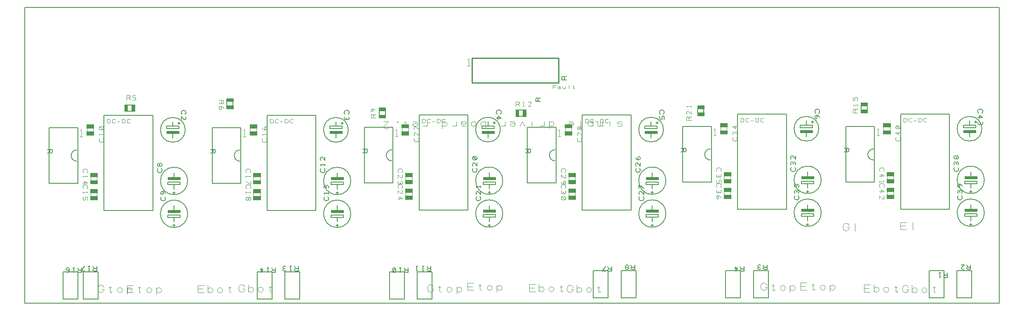
<source format=gbr>
G04 EasyPC Gerber Version 20.0.2 Build 4112 *
G04 #@! TF.Part,Single*
G04 #@! TF.FileFunction,Legend,Top *
%FSLAX35Y35*%
%MOIN*%
%ADD11C,0.00100*%
%ADD77C,0.00394*%
%ADD10C,0.00400*%
%ADD79C,0.00480*%
%ADD13C,0.00500*%
%ADD12C,0.00600*%
%ADD76C,0.01000*%
X0Y0D02*
D02*
D10*
X47777Y93188D02*
X47465Y93500D01*
X47152Y94126*
Y95063*
X47465Y95688*
X47777Y96000*
X48402Y96313*
X49652*
X50277Y96000*
X50590Y95688*
X50902Y95063*
Y94126*
X50590Y93500*
X50277Y93188*
X47152Y90688D02*
Y89438D01*
Y90063D02*
X50902D01*
X50277Y90688*
X47465Y86313D02*
X47152Y85688D01*
Y84750*
X47465Y84126*
X48090Y83813*
X48402*
X49027Y84126*
X49340Y84750*
Y86313*
X50902*
Y83813*
X47777Y105983D02*
X47465Y106296D01*
X47152Y106921*
Y107858*
X47465Y108483*
X47777Y108796*
X48402Y109108*
X49652*
X50277Y108796*
X50590Y108483*
X50902Y107858*
Y106921*
X50590Y106296*
X50277Y105983*
X47152Y103483D02*
Y102233D01*
Y102858D02*
X50902D01*
X50277Y103483*
X47152Y97546D02*
X50902D01*
X48402Y99108*
Y96608*
X50506Y139104D02*
Y142104D01*
X53459Y89841D02*
Y86939D01*
Y102636D02*
Y99734D01*
X55703Y139203D02*
Y142104D01*
X58656Y89939D02*
Y86939D01*
Y102734D02*
Y99734D01*
X63353Y133887D02*
X63665Y133574D01*
X63978Y132949*
Y132012*
X63665Y131387*
X63353Y131074*
X62728Y130762*
X61478*
X60853Y131074*
X60540Y131387*
X60228Y132012*
Y132949*
X60540Y133574*
X60853Y133887*
X63978Y136387D02*
Y137637D01*
Y137012D02*
X60228D01*
X60853Y136387*
X63665Y141074D02*
X63978Y141699D01*
Y142324*
X63665Y142949*
X63040Y143262*
X61165*
X60540Y142949*
X60228Y142324*
Y141699*
X60540Y141074*
X61165Y140762*
X63040*
X63665Y141074*
X60540Y142949*
X82494Y164770D02*
Y168520D01*
X84681*
X85307Y168208*
X85619Y167583*
X85307Y166958*
X84681Y166645*
X82494*
X84681D02*
X85619Y164770D01*
X87494Y165083D02*
X88119Y164770D01*
X89057*
X89681Y165083*
X89994Y165708*
Y166020*
X89681Y166645*
X89057Y166958*
X87494*
Y168520*
X89994*
X157290Y164817D02*
X161040D01*
Y162630*
X160728Y162004*
X160102Y161692*
X159478Y162004*
X159165Y162630*
Y164817*
Y162630D02*
X157290Y161692D01*
X158228Y159817D02*
X158852Y159504D01*
X159165Y158880*
Y158254*
X158852Y157630*
X158228Y157317*
X157602Y157630*
X157290Y158254*
Y158880*
X157602Y159504*
X158228Y159817*
X159165*
X160102Y159504*
X160728Y158880*
X161040Y158254*
X179667Y93188D02*
X179354Y93500D01*
X179042Y94126*
Y95063*
X179354Y95688*
X179667Y96000*
X180292Y96313*
X181542*
X182167Y96000*
X182480Y95688*
X182792Y95063*
Y94126*
X182480Y93500*
X182167Y93188*
X179042Y90688D02*
Y89438D01*
Y90063D02*
X182792D01*
X182167Y90688*
X180917Y85376D02*
Y84750D01*
X181230Y84126*
X181854Y83813*
X182480Y84126*
X182792Y84750*
Y85376*
X182480Y86000*
X181854Y86313*
X181230Y86000*
X180917Y85376*
X180604Y86000*
X179980Y86313*
X179354Y86000*
X179042Y85376*
Y84750*
X179354Y84126*
X179980Y83813*
X180604Y84126*
X180917Y84750*
X179667Y105983D02*
X179354Y106296D01*
X179042Y106921*
Y107858*
X179354Y108483*
X179667Y108796*
X180292Y109108*
X181542*
X182167Y108796*
X182480Y108483*
X182792Y107858*
Y106921*
X182480Y106296*
X182167Y105983*
X179042Y103483D02*
Y102233D01*
Y102858D02*
X182792D01*
X182167Y103483*
X179042Y99108D02*
X182792Y96608D01*
Y99108*
X182396Y139104D02*
Y142104D01*
X185348Y89841D02*
Y86939D01*
Y102636D02*
Y99734D01*
X187593Y139203D02*
Y142104D01*
X190545Y89939D02*
Y86939D01*
Y102734D02*
Y99734D01*
X195243Y133887D02*
X195555Y133574D01*
X195868Y132949*
Y132012*
X195555Y131387*
X195243Y131074*
X194618Y130762*
X193368*
X192743Y131074*
X192430Y131387*
X192118Y132012*
Y132949*
X192430Y133574*
X192743Y133887*
X195868Y136387D02*
Y137637D01*
Y137012D02*
X192118D01*
X192743Y136387*
X194930Y140762D02*
X194305Y141074D01*
X193993Y141699*
Y142324*
X194305Y142949*
X194930Y143262*
X195555Y142949*
X195868Y142324*
Y141699*
X195555Y141074*
X194930Y140762*
X193993*
X193055Y141074*
X192430Y141699*
X192118Y142324*
X283958Y150250D02*
X280208D01*
Y152437*
X280520Y153063*
X281146Y153375*
X281770Y153063*
X282083Y152437*
Y150250*
Y152437D02*
X283958Y153375D01*
Y156187D02*
X283646Y156813D01*
X283020Y157437*
X282083Y157750*
X281146*
X280520Y157437*
X280208Y156813*
Y156187*
X280520Y155563*
X281146Y155250*
X281770Y155563*
X282083Y156187*
Y156813*
X281770Y157437*
X281146Y157750*
X302600Y93385D02*
X302287Y93697D01*
X301975Y94322*
Y95260*
X302287Y95885*
X302600Y96197*
X303225Y96510*
X304475*
X305100Y96197*
X305413Y95885*
X305725Y95260*
Y94322*
X305413Y93697*
X305100Y93385*
X301975Y89010D02*
Y91510D01*
X304163Y89322*
X304787Y89010*
X305413Y89322*
X305725Y89947*
Y90885*
X305413Y91510*
X301975Y84947D02*
X305725D01*
X303225Y86510*
Y84010*
X302600Y106180D02*
X302287Y106493D01*
X301975Y107118*
Y108055*
X302287Y108680*
X302600Y108993*
X303225Y109305*
X304475*
X305100Y108993*
X305413Y108680*
X305725Y108055*
Y107118*
X305413Y106493*
X305100Y106180*
X301975Y101805D02*
Y104305D01*
X304163Y102118*
X304787Y101805*
X305413Y102118*
X305725Y102743*
Y103680*
X305413Y104305*
X302287Y98993D02*
X301975Y98368D01*
Y97743*
X302287Y97118*
X302913Y96805*
X303537Y97118*
X303850Y97743*
Y98368*
Y97743D02*
X304163Y97118D01*
X304787Y96805*
X305413Y97118*
X305725Y97743*
Y98368*
X305413Y98993*
X305329Y139301D02*
Y142301D01*
X308281Y90037D02*
Y87136D01*
Y102833D02*
Y99931D01*
X310526Y139400D02*
Y142301D01*
X313478Y90136D02*
Y87136D01*
Y102931D02*
Y99931D01*
X318176Y134084D02*
X318488Y133771D01*
X318801Y133146*
Y132209*
X318488Y131584*
X318176Y131271*
X317551Y130959*
X316301*
X315676Y131271*
X315363Y131584*
X315051Y132209*
Y133146*
X315363Y133771*
X315676Y134084*
X318801Y138459D02*
Y135959D01*
X316613Y138146*
X315988Y138459*
X315363Y138146*
X315051Y137521*
Y136584*
X315363Y135959*
X318801Y143459D02*
Y140959D01*
X316613Y143146*
X315988Y143459*
X315363Y143146*
X315051Y142521*
Y141584*
X315363Y140959*
X397199Y159554D02*
Y163304D01*
X399386*
X400011Y162991*
X400324Y162366*
X400011Y161741*
X399386Y161429*
X397199*
X399386D02*
X400324Y159554D01*
X402824D02*
X404074D01*
X403449D02*
Y163304D01*
X402824Y162679*
X409699Y159554D02*
X407199D01*
X409386Y161741*
X409699Y162366*
X409386Y162991*
X408761Y163304*
X407824*
X407199Y162991*
X434490Y93385D02*
X434177Y93697D01*
X433865Y94322*
Y95260*
X434177Y95885*
X434490Y96197*
X435115Y96510*
X436365*
X436990Y96197*
X437302Y95885*
X437615Y95260*
Y94322*
X437302Y93697*
X436990Y93385*
X434177Y91197D02*
X433865Y90572D01*
Y89947*
X434177Y89322*
X434802Y89010*
X435427Y89322*
X435740Y89947*
Y90572*
Y89947D02*
X436052Y89322D01*
X436677Y89010*
X437302Y89322*
X437615Y89947*
Y90572*
X437302Y91197*
X434177Y86197D02*
X433865Y85572D01*
Y84947*
X434177Y84322*
X434802Y84010*
X436677*
X437302Y84322*
X437615Y84947*
Y85572*
X437302Y86197*
X436677Y86510*
X434802*
X434177Y86197*
X437302Y84322*
X434490Y106180D02*
X434177Y106493D01*
X433865Y107118*
Y108055*
X434177Y108680*
X434490Y108993*
X435115Y109305*
X436365*
X436990Y108993*
X437302Y108680*
X437615Y108055*
Y107118*
X437302Y106493*
X436990Y106180*
X433865Y101805D02*
Y104305D01*
X436052Y102118*
X436677Y101805*
X437302Y102118*
X437615Y102743*
Y103680*
X437302Y104305*
X433865Y98368D02*
X434177Y97743D01*
X434802Y97118*
X435740Y96805*
X436677*
X437302Y97118*
X437615Y97743*
Y98368*
X437302Y98993*
X436677Y99305*
X436052Y98993*
X435740Y98368*
Y97743*
X436052Y97118*
X436677Y96805*
X437219Y139301D02*
Y142301D01*
X440171Y90037D02*
Y87136D01*
Y102833D02*
Y99931D01*
X442415Y139400D02*
Y142301D01*
X445368Y90136D02*
Y87136D01*
Y102931D02*
Y99931D01*
X450065Y134084D02*
X450378Y133771D01*
X450691Y133146*
Y132209*
X450378Y131584*
X450065Y131271*
X449441Y130959*
X448191*
X447565Y131271*
X447253Y131584*
X446941Y132209*
Y133146*
X447253Y133771*
X447565Y134084*
X450691Y138459D02*
Y135959D01*
X448503Y138146*
X447878Y138459*
X447253Y138146*
X446941Y137521*
Y136584*
X447253Y135959*
X448815Y141896D02*
Y142521D01*
X448503Y143146*
X447878Y143459*
X447253Y143146*
X446941Y142521*
Y141896*
X447253Y141271*
X447878Y140959*
X448503Y141271*
X448815Y141896*
X449128Y141271*
X449753Y140959*
X450378Y141271*
X450691Y141896*
Y142521*
X450378Y143146*
X449753Y143459*
X449128Y143146*
X448815Y142521*
X539175Y148281D02*
X535425D01*
Y150469*
X535737Y151094*
X536362Y151407*
X536987Y151094*
X537300Y150469*
Y148281*
Y150469D02*
X539175Y151407D01*
Y155781D02*
Y153281D01*
X536987Y155469*
X536362Y155781*
X535737Y155469*
X535425Y154844*
Y153907*
X535737Y153281*
X539175Y158907D02*
Y160157D01*
Y159531D02*
X535425D01*
X536050Y158907*
X560080Y94074D02*
X559768Y94386D01*
X559455Y95011*
Y95949*
X559768Y96574*
X560080Y96886*
X560705Y97199*
X561955*
X562580Y96886*
X562893Y96574*
X563205Y95949*
Y95011*
X562893Y94386*
X562580Y94074*
X559768Y91886D02*
X559455Y91261D01*
Y90636*
X559768Y90011*
X560393Y89699*
X561018Y90011*
X561330Y90636*
Y91261*
Y90636D02*
X561643Y90011D01*
X562268Y89699*
X562893Y90011*
X563205Y90636*
Y91261*
X562893Y91886*
X560393Y87199D02*
X561018Y86886D01*
X561330Y86261*
Y85636*
X561018Y85011*
X560393Y84699*
X559768Y85011*
X559455Y85636*
Y86261*
X559768Y86886*
X560393Y87199*
X561330*
X562268Y86886*
X562893Y86261*
X563205Y85636*
X560080Y106869D02*
X559768Y107181D01*
X559455Y107807*
Y108744*
X559768Y109369*
X560080Y109681*
X560705Y109994*
X561955*
X562580Y109681*
X562893Y109369*
X563205Y108744*
Y107807*
X562893Y107181*
X562580Y106869*
X559768Y104681D02*
X559455Y104057D01*
Y103431*
X559768Y102807*
X560393Y102494*
X561018Y102807*
X561330Y103431*
Y104057*
Y103431D02*
X561643Y102807D01*
X562268Y102494*
X562893Y102807*
X563205Y103431*
Y104057*
X562893Y104681*
X559768Y99994D02*
X559455Y99369D01*
Y98431*
X559768Y97807*
X560393Y97494*
X560705*
X561330Y97807*
X561643Y98431*
Y99994*
X563205*
Y97494*
X562809Y139990D02*
Y142990D01*
X565762Y90726D02*
Y87825D01*
Y103522D02*
Y100620D01*
X568006Y140089D02*
Y142990D01*
X570959Y90825D02*
Y87825D01*
Y103620D02*
Y100620D01*
X575656Y134773D02*
X575969Y134460D01*
X576281Y133835*
Y132898*
X575969Y132273*
X575656Y131960*
X575031Y131648*
X573781*
X573156Y131960*
X572843Y132273*
X572531Y132898*
Y133835*
X572843Y134460*
X573156Y134773*
X575969Y136960D02*
X576281Y137585D01*
Y138210*
X575969Y138835*
X575343Y139148*
X574719Y138835*
X574406Y138210*
Y137585*
Y138210D02*
X574093Y138835D01*
X573469Y139148*
X572843Y138835*
X572531Y138210*
Y137585*
X572843Y136960*
X576281Y143210D02*
X572531D01*
X575031Y141648*
Y144148*
X673624Y154384D02*
X669874D01*
Y156571*
X670186Y157196*
X670811Y157509*
X671436Y157196*
X671748Y156571*
Y154384*
Y156571D02*
X673624Y157509D01*
Y160009D02*
Y161259D01*
Y160634D02*
X669874D01*
X670498Y160009*
X673311Y164384D02*
X673624Y165009D01*
Y165946*
X673311Y166571*
X672686Y166884*
X672374*
X671748Y166571*
X671436Y165946*
Y164384*
X669874*
Y166884*
X691970Y94074D02*
X691657Y94386D01*
X691345Y95011*
Y95949*
X691657Y96574*
X691970Y96886*
X692595Y97199*
X693845*
X694470Y96886*
X694783Y96574*
X695095Y95949*
Y95011*
X694783Y94386*
X694470Y94074*
X691345Y90636D02*
X695095D01*
X692595Y92199*
Y89699*
X691345Y84699D02*
Y87199D01*
X693533Y85011*
X694157Y84699*
X694783Y85011*
X695095Y85636*
Y86574*
X694783Y87199*
X691970Y106869D02*
X691657Y107181D01*
X691345Y107807*
Y108744*
X691657Y109369*
X691970Y109681*
X692595Y109994*
X693845*
X694470Y109681*
X694783Y109369*
X695095Y108744*
Y107807*
X694783Y107181*
X694470Y106869*
X691345Y103431D02*
X695095D01*
X692595Y104994*
Y102494*
X691345Y99369D02*
Y98119D01*
Y98744D02*
X695095D01*
X694470Y99369*
X694699Y139990D02*
Y142990D01*
X697652Y90726D02*
Y87825D01*
Y103522D02*
Y100620D01*
X699896Y140089D02*
Y142990D01*
X702848Y90825D02*
Y87825D01*
Y103620D02*
Y100620D01*
X707546Y134773D02*
X707858Y134460D01*
X708171Y133835*
Y132898*
X707858Y132273*
X707546Y131960*
X706921Y131648*
X705671*
X705046Y131960*
X704733Y132273*
X704421Y132898*
Y133835*
X704733Y134460*
X705046Y134773*
X708171Y138210D02*
X704421D01*
X706921Y136648*
Y139148*
X707858Y141960D02*
X708171Y142585D01*
Y143210*
X707858Y143835*
X707233Y144148*
X705358*
X704733Y143835*
X704421Y143210*
Y142585*
X704733Y141960*
X705358Y141648*
X707233*
X707858Y141960*
X704733Y143835*
D02*
D11*
X53207Y87039D02*
Y84086D01*
X58916*
Y87039*
X53207*
G36*
Y84086*
X58916*
Y87039*
X53207*
G37*
Y92739D02*
Y89786D01*
X58916*
Y92739*
X53207*
G36*
Y89786*
X58916*
Y92739*
X53207*
G37*
Y99834D02*
Y96881D01*
X58916*
Y99834*
X53207*
G36*
Y96881*
X58916*
Y99834*
X53207*
G37*
Y105534D02*
Y102581D01*
X58916*
Y105534*
X53207*
G36*
Y102581*
X58916*
Y105534*
X53207*
G37*
X55954Y136304D02*
Y139257D01*
X50245*
Y136304*
X55954*
G36*
Y139257*
X50245*
Y136304*
X55954*
G37*
Y142004D02*
Y144957D01*
X50245*
Y142004*
X55954*
G36*
Y144957*
X50245*
Y142004*
X55954*
G37*
X80794Y155571D02*
X83353D01*
Y161083*
X80794*
Y155571*
G36*
X83353*
Y161083*
X80794*
Y155571*
G37*
X86594D02*
X89153D01*
Y161083*
X86594*
Y155571*
G36*
X89153*
Y161083*
X86594*
Y155571*
G37*
X115033Y139604D02*
Y137604D01*
X125033*
Y139604*
X115033*
G36*
Y137604*
X125033*
Y139604*
X115033*
G37*
X126018Y73691D02*
Y75691D01*
X116018*
Y73691*
X126018*
G36*
Y75691*
X116018*
Y73691*
X126018*
G37*
Y100266D02*
Y102266D01*
X116018*
Y100266*
X126018*
G36*
Y102266*
X116018*
Y100266*
X126018*
G37*
X163445Y160264D02*
Y157705D01*
X168957*
Y160264*
X163445*
G36*
Y157705*
X168957*
Y160264*
X163445*
G37*
Y166064D02*
Y163505D01*
X168957*
Y166064*
X163445*
G36*
Y163505*
X168957*
Y166064*
X163445*
G37*
X185097Y87039D02*
Y84086D01*
X190806*
Y87039*
X185097*
G36*
Y84086*
X190806*
Y87039*
X185097*
G37*
Y92739D02*
Y89786D01*
X190806*
Y92739*
X185097*
G36*
Y89786*
X190806*
Y92739*
X185097*
G37*
Y99834D02*
Y96881D01*
X190806*
Y99834*
X185097*
G36*
Y96881*
X190806*
Y99834*
X185097*
G37*
Y105534D02*
Y102581D01*
X190806*
Y105534*
X185097*
G36*
Y102581*
X190806*
Y105534*
X185097*
G37*
X187844Y136304D02*
Y139257D01*
X182135*
Y136304*
X187844*
G36*
Y139257*
X182135*
Y136304*
X187844*
G37*
Y142004D02*
Y144957D01*
X182135*
Y142004*
X187844*
G36*
Y144957*
X182135*
Y142004*
X187844*
G37*
X246923Y139604D02*
Y137604D01*
X256923*
Y139604*
X246923*
G36*
Y137604*
X256923*
Y139604*
X246923*
G37*
X257907Y73691D02*
Y75691D01*
X247907*
Y73691*
X257907*
G36*
Y75691*
X247907*
Y73691*
X257907*
G37*
Y100266D02*
Y102266D01*
X247907*
Y100266*
X257907*
G36*
Y102266*
X247907*
Y100266*
X257907*
G37*
X292075Y150184D02*
Y152743D01*
X286563*
Y150184*
X292075*
G36*
Y152743*
X286563*
Y150184*
X292075*
G37*
Y155984D02*
Y158543D01*
X286563*
Y155984*
X292075*
G36*
Y158543*
X286563*
Y155984*
X292075*
G37*
X308030Y87236D02*
Y84283D01*
X313739*
Y87236*
X308030*
G36*
Y84283*
X313739*
Y87236*
X308030*
G37*
Y92936D02*
Y89983D01*
X313739*
Y92936*
X308030*
G36*
Y89983*
X313739*
Y92936*
X308030*
G37*
Y100031D02*
Y97078D01*
X313739*
Y100031*
X308030*
G36*
Y97078*
X313739*
Y100031*
X308030*
G37*
Y105731D02*
Y102778D01*
X313739*
Y105731*
X308030*
G36*
Y102778*
X313739*
Y105731*
X308030*
G37*
X310777Y136501D02*
Y139454D01*
X305068*
Y136501*
X310777*
G36*
Y139454*
X305068*
Y136501*
X310777*
G37*
Y142201D02*
Y145154D01*
X305068*
Y142201*
X310777*
G36*
Y145154*
X305068*
Y142201*
X310777*
G37*
X369856Y139801D02*
Y137801D01*
X379856*
Y139801*
X369856*
G36*
Y137801*
X379856*
Y139801*
X369856*
G37*
X380841Y73888D02*
Y75888D01*
X370841*
Y73888*
X380841*
G36*
Y75888*
X370841*
Y73888*
X380841*
G37*
Y100463D02*
Y102463D01*
X370841*
Y100463*
X380841*
G36*
Y102463*
X370841*
Y100463*
X380841*
G37*
X397133Y151437D02*
X399692D01*
Y156949*
X397133*
Y151437*
G36*
X399692*
Y156949*
X397133*
Y151437*
G37*
X402933D02*
X405492D01*
Y156949*
X402933*
Y151437*
G36*
X405492*
Y156949*
X402933*
Y151437*
G37*
X439920Y87236D02*
Y84283D01*
X445629*
Y87236*
X439920*
G36*
Y84283*
X445629*
Y87236*
X439920*
G37*
Y92936D02*
Y89983D01*
X445629*
Y92936*
X439920*
G36*
Y89983*
X445629*
Y92936*
X439920*
G37*
Y100031D02*
Y97078D01*
X445629*
Y100031*
X439920*
G36*
Y97078*
X445629*
Y100031*
X439920*
G37*
Y105731D02*
Y102778D01*
X445629*
Y105731*
X439920*
G36*
Y102778*
X445629*
Y105731*
X439920*
G37*
X442667Y136501D02*
Y139454D01*
X436958*
Y136501*
X442667*
G36*
Y139454*
X436958*
Y136501*
X442667*
G37*
Y142201D02*
Y145154D01*
X436958*
Y142201*
X442667*
G36*
Y145154*
X436958*
Y142201*
X442667*
G37*
X501746Y139801D02*
Y137801D01*
X511746*
Y139801*
X501746*
G36*
Y137801*
X511746*
Y139801*
X501746*
G37*
X512730Y73888D02*
Y75888D01*
X502730*
Y73888*
X512730*
G36*
Y75888*
X502730*
Y73888*
X512730*
G37*
Y100463D02*
Y102463D01*
X502730*
Y100463*
X512730*
G36*
Y102463*
X502730*
Y100463*
X512730*
G37*
X549654Y151956D02*
Y154515D01*
X544142*
Y151956*
X549654*
G36*
Y154515*
X544142*
Y151956*
X549654*
G37*
Y157756D02*
Y160315D01*
X544142*
Y157756*
X549654*
G36*
Y160315*
X544142*
Y157756*
X549654*
G37*
X565510Y87925D02*
Y84972D01*
X571219*
Y87925*
X565510*
G36*
Y84972*
X571219*
Y87925*
X565510*
G37*
Y93625D02*
Y90672D01*
X571219*
Y93625*
X565510*
G36*
Y90672*
X571219*
Y93625*
X565510*
G37*
Y100720D02*
Y97767D01*
X571219*
Y100720*
X565510*
G36*
Y97767*
X571219*
Y100720*
X565510*
G37*
Y106420D02*
Y103467D01*
X571219*
Y106420*
X565510*
G36*
Y103467*
X571219*
Y106420*
X565510*
G37*
X568257Y137190D02*
Y140143D01*
X562548*
Y137190*
X568257*
G36*
Y140143*
X562548*
Y137190*
X568257*
G37*
Y142890D02*
Y145843D01*
X562548*
Y142890*
X568257*
G36*
Y145843*
X562548*
Y142890*
X568257*
G37*
X627337Y140490D02*
Y138490D01*
X637337*
Y140490*
X627337*
G36*
Y138490*
X637337*
Y140490*
X627337*
G37*
X638321Y74577D02*
Y76577D01*
X628321*
Y74577*
X638321*
G36*
Y76577*
X628321*
Y74577*
X638321*
G37*
Y101152D02*
Y103152D01*
X628321*
Y101152*
X638321*
G36*
Y103152*
X628321*
Y101152*
X638321*
G37*
X681740Y154318D02*
Y156877D01*
X676228*
Y154318*
X681740*
G36*
Y156877*
X676228*
Y154318*
X681740*
G37*
Y160118D02*
Y162677D01*
X676228*
Y160118*
X681740*
G36*
Y162677*
X676228*
Y160118*
X681740*
G37*
X697400Y87925D02*
Y84972D01*
X703109*
Y87925*
X697400*
G36*
Y84972*
X703109*
Y87925*
X697400*
G37*
Y93625D02*
Y90672D01*
X703109*
Y93625*
X697400*
G36*
Y90672*
X703109*
Y93625*
X697400*
G37*
Y100720D02*
Y97767D01*
X703109*
Y100720*
X697400*
G36*
Y97767*
X703109*
Y100720*
X697400*
G37*
Y106420D02*
Y103467D01*
X703109*
Y106420*
X697400*
G36*
Y103467*
X703109*
Y106420*
X697400*
G37*
X700147Y137190D02*
Y140143D01*
X694438*
Y137190*
X700147*
G36*
Y140143*
X694438*
Y137190*
X700147*
G37*
Y142890D02*
Y145843D01*
X694438*
Y142890*
X700147*
G36*
Y145843*
X694438*
Y142890*
X700147*
G37*
X759226Y140490D02*
Y138490D01*
X769226*
Y140490*
X759226*
G36*
Y138490*
X769226*
Y140490*
X759226*
G37*
X770211Y74577D02*
Y76577D01*
X760211*
Y74577*
X770211*
G36*
Y76577*
X760211*
Y74577*
X770211*
G37*
Y101152D02*
Y103152D01*
X760211*
Y101152*
X770211*
G36*
Y103152*
X760211*
Y101152*
X770211*
G37*
D02*
D12*
X83380Y155821D02*
X86608D01*
X83380Y160821D02*
X86608D01*
X103864Y89967D02*
Y95967D01*
Y99967*
Y105967*
Y109967*
Y115967*
Y129967*
Y135967*
Y139967*
Y145967*
Y152467*
X64364*
Y75467*
X103864*
Y89967*
X120033Y130604D02*
G75*
G03Y150604J10000D01*
G01*
G75*
G03Y130604J-10000*
G01*
Y138104D02*
Y134104D01*
Y147104D02*
Y143604D01*
X115033*
Y141604*
X125033*
Y143604*
X120033*
X121018Y64191D02*
Y62191D01*
Y66191D02*
Y69691D01*
X126018*
Y71691*
X116018*
Y69691*
X121018*
Y75191D02*
Y79191D01*
Y83691D02*
G75*
G03Y61691J-11000D01*
G01*
G75*
G03Y83691J11000*
G01*
Y90766D02*
Y88766D01*
Y92766D02*
Y96266D01*
X126018*
Y98266*
X116018*
Y96266*
X121018*
Y101766D02*
Y105766D01*
Y110266D02*
G75*
G03Y88266J-11000D01*
G01*
G75*
G03Y110266J11000*
G01*
X122018Y63191D02*
X120018D01*
X122018Y89766D02*
X120018D01*
X125033Y147104D02*
Y146104D01*
X124033*
X126033D02*
X125033D01*
Y145104*
X163695Y163478D02*
Y160250D01*
X168695Y163478D02*
Y160250D01*
X235754Y89967D02*
Y95967D01*
Y99967*
Y105967*
Y109967*
Y115967*
Y129967*
Y135967*
Y139967*
Y145967*
Y152467*
X196254*
Y75467*
X235754*
Y89967*
X251923Y130604D02*
G75*
G03Y150604J10000D01*
G01*
G75*
G03Y130604J-10000*
G01*
Y138104D02*
Y134104D01*
Y147104D02*
Y143604D01*
X246923*
Y141604*
X256923*
Y143604*
X251923*
X252907Y64191D02*
Y62191D01*
Y66191D02*
Y69691D01*
X257907*
Y71691*
X247907*
Y69691*
X252907*
Y75191D02*
Y79191D01*
Y83691D02*
G75*
G03Y61691J-11000D01*
G01*
G75*
G03Y83691J11000*
G01*
Y90766D02*
Y88766D01*
Y92766D02*
Y96266D01*
X257907*
Y98266*
X247907*
Y96266*
X252907*
Y101766D02*
Y105766D01*
Y110266D02*
G75*
G03Y88266J-11000D01*
G01*
G75*
G03Y110266J11000*
G01*
X253907Y63191D02*
X251907D01*
X253907Y89766D02*
X251907D01*
X256923Y147104D02*
Y146104D01*
X255923*
X257923D02*
X256923D01*
Y145104*
X286825Y152770D02*
Y155998D01*
X291825Y152770D02*
Y155998D01*
X358687Y90163D02*
Y96163D01*
Y100163*
Y106163*
Y110163*
Y116163*
Y130163*
Y136163*
Y140163*
Y146163*
Y152663*
X319187*
Y75663*
X358687*
Y90163*
X374856Y130801D02*
G75*
G03Y150801J10000D01*
G01*
G75*
G03Y130801J-10000*
G01*
Y138301D02*
Y134301D01*
Y147301D02*
Y143801D01*
X369856*
Y141801*
X379856*
Y143801*
X374856*
X375841Y64388D02*
Y62388D01*
Y66388D02*
Y69888D01*
X380841*
Y71888*
X370841*
Y69888*
X375841*
Y75388D02*
Y79388D01*
Y83888D02*
G75*
G03Y61888J-11000D01*
G01*
G75*
G03Y83888J11000*
G01*
Y90963D02*
Y88963D01*
Y92963D02*
Y96463D01*
X380841*
Y98463*
X370841*
Y96463*
X375841*
Y101963D02*
Y105963D01*
Y110463D02*
G75*
G03Y88463J-11000D01*
G01*
G75*
G03Y110463J11000*
G01*
X376841Y63388D02*
X374841D01*
X376841Y89963D02*
X374841D01*
X379856Y147301D02*
Y146301D01*
X378856*
X380856D02*
X379856D01*
Y145301*
X399719Y151687D02*
X402947D01*
X399719Y156687D02*
X402947D01*
X490577Y90163D02*
Y96163D01*
Y100163*
Y106163*
Y110163*
Y116163*
Y130163*
Y136163*
Y140163*
Y146163*
Y152663*
X451077*
Y75663*
X490577*
Y90163*
X506746Y130801D02*
G75*
G03Y150801J10000D01*
G01*
G75*
G03Y130801J-10000*
G01*
Y138301D02*
Y134301D01*
Y147301D02*
Y143801D01*
X501746*
Y141801*
X511746*
Y143801*
X506746*
X507730Y64388D02*
Y62388D01*
Y66388D02*
Y69888D01*
X512730*
Y71888*
X502730*
Y69888*
X507730*
Y75388D02*
Y79388D01*
Y83888D02*
G75*
G03Y61888J-11000D01*
G01*
G75*
G03Y83888J11000*
G01*
Y90963D02*
Y88963D01*
Y92963D02*
Y96463D01*
X512730*
Y98463*
X502730*
Y96463*
X507730*
Y101963D02*
Y105963D01*
Y110463D02*
G75*
G03Y88463J-11000D01*
G01*
G75*
G03Y110463J11000*
G01*
X508730Y63388D02*
X506730D01*
X508730Y89963D02*
X506730D01*
X511746Y147301D02*
Y146301D01*
X510746*
X512746D02*
X511746D01*
Y145301*
X544404Y154541D02*
Y157770D01*
X549404Y154541D02*
Y157770D01*
X616167Y90852D02*
Y96852D01*
Y100852*
Y106852*
Y110852*
Y116852*
Y130852*
Y136852*
Y140852*
Y146852*
Y153352*
X576667*
Y76352*
X616167*
Y90852*
X632337Y131490D02*
G75*
G03Y151490J10000D01*
G01*
G75*
G03Y131490J-10000*
G01*
Y138990D02*
Y134990D01*
Y147990D02*
Y144490D01*
X627337*
Y142490*
X637337*
Y144490*
X632337*
X633321Y65077D02*
Y63077D01*
Y67077D02*
Y70577D01*
X638321*
Y72577*
X628321*
Y70577*
X633321*
Y76077D02*
Y80077D01*
Y84577D02*
G75*
G03Y62577J-11000D01*
G01*
G75*
G03Y84577J11000*
G01*
Y91652D02*
Y89652D01*
Y93652D02*
Y97152D01*
X638321*
Y99152*
X628321*
Y97152*
X633321*
Y102652D02*
Y106652D01*
Y111152D02*
G75*
G03Y89152J-11000D01*
G01*
G75*
G03Y111152J11000*
G01*
X634321Y64077D02*
X632321D01*
X634321Y90652D02*
X632321D01*
X637337Y147990D02*
Y146990D01*
X636337*
X638337D02*
X637337D01*
Y145990*
X676490Y156904D02*
Y160132D01*
X681490Y156904D02*
Y160132D01*
X748057Y90852D02*
Y96852D01*
Y100852*
Y106852*
Y110852*
Y116852*
Y130852*
Y136852*
Y140852*
Y146852*
Y153352*
X708557*
Y76352*
X748057*
Y90852*
X764226Y131490D02*
G75*
G03Y151490J10000D01*
G01*
G75*
G03Y131490J-10000*
G01*
Y138990D02*
Y134990D01*
Y147990D02*
Y144490D01*
X759226*
Y142490*
X769226*
Y144490*
X764226*
X765211Y65077D02*
Y63077D01*
Y67077D02*
Y70577D01*
X770211*
Y72577*
X760211*
Y70577*
X765211*
Y76077D02*
Y80077D01*
Y84577D02*
G75*
G03Y62577J-11000D01*
G01*
G75*
G03Y84577J11000*
G01*
Y91652D02*
Y89652D01*
Y93652D02*
Y97152D01*
X770211*
Y99152*
X760211*
Y97152*
X765211*
Y102652D02*
Y106652D01*
Y111152D02*
G75*
G03Y89152J-11000D01*
G01*
G75*
G03Y111152J11000*
G01*
X766211Y64077D02*
X764211D01*
X766211Y90652D02*
X764211D01*
X769226Y147990D02*
Y146990D01*
X768226*
X770226D02*
X769226D01*
Y145990*
D02*
D13*
X18731Y124778D02*
X22481D01*
Y122590*
X22169Y121965*
X21544Y121652*
X20919Y121965*
X20606Y122590*
Y124778*
Y122590D02*
X18731Y121652D01*
X42294Y115278D02*
G75*
G02X37794Y119778J4500D01*
G01*
G75*
G02X42294Y124278I4500*
G01*
X43187Y142344D02*
X19959D01*
Y97359*
X43187*
Y142344*
X43258Y3620D02*
Y25620D01*
X31258*
Y3620*
X43258*
X46215Y28939D02*
Y25189D01*
X44027*
X43402Y25501*
X43089Y26126*
X43402Y26751*
X44027Y27063*
X46215*
X44027D02*
X43089Y28939D01*
X40589D02*
X39339D01*
X39965D02*
Y25189D01*
X40589Y25813*
X36215Y28001D02*
X35902Y27376D01*
X35277Y27063*
X34652*
X34027Y27376*
X33715Y28001*
X34027Y28626*
X34652Y28939*
X35277*
X35902Y28626*
X36215Y28001*
Y27063*
X35902Y26126*
X35277Y25501*
X34652Y25189*
X58498Y30183D02*
Y26433D01*
X56311*
X55685Y26745*
X55373Y27370*
X55685Y27995*
X56311Y28307*
X58498*
X56311D02*
X55373Y30183D01*
X52873D02*
X51623D01*
X52248D02*
Y26433D01*
X52873Y27057*
X48498Y30183D02*
X45998Y26433D01*
X48498*
X59498Y3620D02*
Y25620D01*
X47498*
Y3620*
X59498*
X110597Y109281D02*
X110909Y108968D01*
X111222Y108343*
Y107406*
X110909Y106781*
X110597Y106468*
X109972Y106156*
X108722*
X108097Y106468*
X107784Y106781*
X107472Y107406*
Y108343*
X107784Y108968*
X108097Y109281*
X109347Y112093D02*
Y112718D01*
X109034Y113343*
X108409Y113656*
X107784Y113343*
X107472Y112718*
Y112093*
X107784Y111468*
X108409Y111156*
X109034Y111468*
X109347Y112093*
X109659Y111468*
X110284Y111156*
X110909Y111468*
X111222Y112093*
Y112718*
X110909Y113343*
X110284Y113656*
X109659Y113343*
X109347Y112718*
X113455Y86316D02*
X113768Y86004D01*
X114080Y85378*
Y84441*
X113768Y83816*
X113455Y83504*
X112830Y83191*
X111580*
X110955Y83504*
X110643Y83816*
X110330Y84441*
Y85378*
X110643Y86004*
X110955Y86316*
X114080Y89128D02*
X113768Y89754D01*
X113143Y90378*
X112205Y90691*
X111268*
X110643Y90378*
X110330Y89754*
Y89128*
X110643Y88504*
X111268Y88191*
X111893Y88504*
X112205Y89128*
Y89754*
X111893Y90378*
X111268Y90691*
X127502Y153227D02*
X127189Y153540D01*
X126876Y154165*
Y155102*
X127189Y155727*
X127502Y156040*
X128126Y156352*
X129376*
X130002Y156040*
X130314Y155727*
X130626Y155102*
Y154165*
X130314Y153540*
X130002Y153227*
X126876Y148852D02*
Y151352D01*
X129064Y149165*
X129689Y148852*
X130314Y149165*
X130626Y149790*
Y150727*
X130314Y151352*
X150621Y124778D02*
X154371D01*
Y122590*
X154059Y121965*
X153433Y121652*
X152809Y121965*
X152496Y122590*
Y124778*
Y122590D02*
X150621Y121652D01*
X174183Y115278D02*
G75*
G02X169683Y119778J4500D01*
G01*
G75*
G02X174183Y124278I4500*
G01*
X175077Y142344D02*
X151849D01*
Y97359*
X175077*
Y142344*
X200148Y3620D02*
Y25620D01*
X188148*
Y3620*
X200148*
X203104Y28939D02*
Y25189D01*
X200917*
X200292Y25501*
X199979Y26126*
X200292Y26751*
X200917Y27063*
X203104*
X200917D02*
X199979Y28939D01*
X197479D02*
X196229D01*
X196854D02*
Y25189D01*
X197479Y25813*
X191542Y28939D02*
Y25189D01*
X193104Y27689*
X190604*
X221490Y30183D02*
Y26433D01*
X219303*
X218678Y26745*
X218365Y27370*
X218678Y27995*
X219303Y28307*
X221490*
X219303D02*
X218365Y30183D01*
X215865D02*
X214615D01*
X215240D02*
Y26433D01*
X215865Y27057*
X211178Y29870D02*
X210553Y30183D01*
X209928*
X209303Y29870*
X208990Y29245*
X209303Y28620*
X209928Y28307*
X210553*
X209928D02*
X209303Y27995D01*
X208990Y27370*
X209303Y26745*
X209928Y26433*
X210553*
X211178Y26745*
X222490Y3620D02*
Y25620D01*
X210490*
Y3620*
X222490*
X242487Y109281D02*
X242799Y108968D01*
X243112Y108343*
Y107406*
X242799Y106781*
X242487Y106468*
X241862Y106156*
X240612*
X239987Y106468*
X239674Y106781*
X239362Y107406*
Y108343*
X239674Y108968*
X239987Y109281*
X243112Y111781D02*
Y113031D01*
Y112406D02*
X239362D01*
X239987Y111781*
X243112Y118656D02*
Y116156D01*
X240924Y118343*
X240299Y118656*
X239674Y118343*
X239362Y117718*
Y116781*
X239674Y116156*
X245345Y86316D02*
X245657Y86004D01*
X245970Y85378*
Y84441*
X245657Y83816*
X245345Y83504*
X244720Y83191*
X243470*
X242845Y83504*
X242532Y83816*
X242220Y84441*
Y85378*
X242532Y86004*
X242845Y86316*
X245970Y88816D02*
Y90066D01*
Y89441D02*
X242220D01*
X242845Y88816*
X245657Y93504D02*
X245970Y94128D01*
Y94754*
X245657Y95378*
X245032Y95691*
X244407Y95378*
X244095Y94754*
Y94128*
Y94754D02*
X243782Y95378D01*
X243157Y95691*
X242532Y95378*
X242220Y94754*
Y94128*
X242532Y93504*
X259391Y153227D02*
X259079Y153540D01*
X258766Y154165*
Y155102*
X259079Y155727*
X259391Y156040*
X260016Y156352*
X261266*
X261891Y156040*
X262204Y155727*
X262516Y155102*
Y154165*
X262204Y153540*
X261891Y153227*
X259079Y151040D02*
X258766Y150415D01*
Y149790*
X259079Y149165*
X259704Y148852*
X260329Y149165*
X260641Y149790*
Y150415*
Y149790D02*
X260954Y149165D01*
X261579Y148852*
X262204Y149165*
X262516Y149790*
Y150415*
X262204Y151040*
X273554Y124974D02*
X277304D01*
Y122787*
X276992Y122162*
X276367Y121849*
X275742Y122162*
X275429Y122787*
Y124974*
Y122787D02*
X273554Y121849D01*
X297117Y115474D02*
G75*
G02X292617Y119974J4500D01*
G01*
G75*
G02X297117Y124474I4500*
G01*
X298010Y142541D02*
X274782D01*
Y97556*
X298010*
Y142541*
X307333Y3620D02*
Y25620D01*
X295333*
Y3620*
X307333*
X310289Y28939D02*
Y25189D01*
X308102*
X307477Y25501*
X307164Y26126*
X307477Y26751*
X308102Y27063*
X310289*
X308102D02*
X307164Y28939D01*
X304664D02*
X303414D01*
X304039D02*
Y25189D01*
X304664Y25813*
X299977Y28626D02*
X299352Y28939D01*
X298727*
X298102Y28626*
X297789Y28001*
Y26126*
X298102Y25501*
X298727Y25189*
X299352*
X299977Y25501*
X300289Y26126*
Y28001*
X299977Y28626*
X298102Y25501*
X328675Y30183D02*
Y26433D01*
X326488*
X325863Y26745*
X325550Y27370*
X325863Y27995*
X326488Y28307*
X328675*
X326488D02*
X325550Y30183D01*
X323050D02*
X321800D01*
X322425D02*
Y26433D01*
X323050Y27057*
X318050Y30183D02*
X316800D01*
X317425D02*
Y26433D01*
X318050Y27057*
X329675Y3620D02*
Y25620D01*
X317675*
Y3620*
X329675*
X365420Y109478D02*
X365732Y109165D01*
X366045Y108540*
Y107602*
X365732Y106978*
X365420Y106665*
X364795Y106352*
X363545*
X362920Y106665*
X362607Y106978*
X362295Y107602*
Y108540*
X362607Y109165*
X362920Y109478*
X366045Y113852D02*
Y111352D01*
X363857Y113540*
X363232Y113852*
X362607Y113540*
X362295Y112915*
Y111978*
X362607Y111352*
X365732Y116665D02*
X366045Y117290D01*
Y117915*
X365732Y118540*
X365107Y118852*
X363232*
X362607Y118540*
X362295Y117915*
Y117290*
X362607Y116665*
X363232Y116352*
X365107*
X365732Y116665*
X362607Y118540*
X368278Y86513D02*
X368591Y86200D01*
X368903Y85575*
Y84638*
X368591Y84013*
X368278Y83700*
X367653Y83388*
X366403*
X365778Y83700*
X365465Y84013*
X365153Y84638*
Y85575*
X365465Y86200*
X365778Y86513*
X368903Y90888D02*
Y88388D01*
X366715Y90575*
X366091Y90888*
X365465Y90575*
X365153Y89950*
Y89013*
X365465Y88388*
X368903Y94013D02*
Y95263D01*
Y94638D02*
X365153D01*
X365778Y94013*
X382324Y153424D02*
X382012Y153737D01*
X381699Y154362*
Y155299*
X382012Y155924*
X382324Y156237*
X382949Y156549*
X384199*
X384824Y156237*
X385137Y155924*
X385449Y155299*
Y154362*
X385137Y153737*
X384824Y153424*
X381699Y149987D02*
X385449D01*
X382949Y151549*
Y149049*
X405444Y124974D02*
X409194D01*
Y122787*
X408881Y122162*
X408256Y121849*
X407631Y122162*
X407319Y122787*
Y124974*
Y122787D02*
X405444Y121849D01*
X417285Y163616D02*
X413535D01*
Y165804*
X413847Y166429*
X414472Y166741*
X415097Y166429*
X415410Y165804*
Y163616*
Y165804D02*
X417285Y166741D01*
X429006Y115474D02*
G75*
G02X424506Y119974J4500D01*
G01*
G75*
G02X429006Y124474I4500*
G01*
X429900Y142541D02*
X406672D01*
Y97556*
X429900*
Y142541*
X438407Y181018D02*
X434657D01*
Y183205*
X434969Y183830*
X435594Y184143*
X436219Y183830*
X436532Y183205*
Y181018*
Y183205D02*
X438407Y184143D01*
X471900Y4604D02*
Y26604D01*
X459900*
Y4604*
X471900*
X474856Y29923D02*
Y26173D01*
X472669*
X472044Y26485*
X471731Y27110*
X472044Y27735*
X472669Y28048*
X474856*
X472669D02*
X471731Y29923D01*
X469856D02*
X467356Y26173D01*
X469856*
X493537Y31364D02*
Y27614D01*
X491350*
X490725Y27926*
X490412Y28551*
X490725Y29176*
X491350Y29489*
X493537*
X491350D02*
X490412Y31364D01*
X487600Y29489D02*
X486975D01*
X486350Y29176*
X486037Y28551*
X486350Y27926*
X486975Y27614*
X487600*
X488225Y27926*
X488537Y28551*
X488225Y29176*
X487600Y29489*
X488225Y29801*
X488537Y30426*
X488225Y31051*
X487600Y31364*
X486975*
X486350Y31051*
X486037Y30426*
X486350Y29801*
X486975Y29489*
X494537Y4801D02*
Y26801D01*
X482537*
Y4801*
X494537*
X497309Y109478D02*
X497622Y109165D01*
X497935Y108540*
Y107602*
X497622Y106978*
X497309Y106665*
X496685Y106352*
X495435*
X494809Y106665*
X494497Y106978*
X494185Y107602*
Y108540*
X494497Y109165*
X494809Y109478*
X497935Y113852D02*
Y111352D01*
X495747Y113540*
X495122Y113852*
X494497Y113540*
X494185Y112915*
Y111978*
X494497Y111352*
X496997Y116352D02*
X496372Y116665D01*
X496059Y117290*
Y117915*
X496372Y118540*
X496997Y118852*
X497622Y118540*
X497935Y117915*
Y117290*
X497622Y116665*
X496997Y116352*
X496059*
X495122Y116665*
X494497Y117290*
X494185Y117915*
X500168Y86513D02*
X500480Y86200D01*
X500793Y85575*
Y84638*
X500480Y84013*
X500168Y83700*
X499543Y83388*
X498293*
X497668Y83700*
X497355Y84013*
X497043Y84638*
Y85575*
X497355Y86200*
X497668Y86513*
X500793Y90888D02*
Y88388D01*
X498605Y90575*
X497980Y90888*
X497355Y90575*
X497043Y89950*
Y89013*
X497355Y88388*
X500793Y93388D02*
X497043Y95888D01*
Y93388*
X514214Y153424D02*
X513902Y153737D01*
X513589Y154362*
Y155299*
X513902Y155924*
X514214Y156237*
X514839Y156549*
X516089*
X516714Y156237*
X517027Y155924*
X517339Y155299*
Y154362*
X517027Y153737*
X516714Y153424*
X513902Y151549D02*
X513589Y150924D01*
Y149987*
X513902Y149362*
X514527Y149049*
X514839*
X515464Y149362*
X515777Y149987*
Y151549*
X517339*
Y149049*
X531034Y125663D02*
X534784D01*
Y123476*
X534472Y122851*
X533847Y122538*
X533222Y122851*
X532909Y123476*
Y125663*
Y123476D02*
X531034Y122538D01*
X554597Y116163D02*
G75*
G02X550097Y120663J4500D01*
G01*
G75*
G02X554597Y125163I4500*
G01*
X555491Y143230D02*
X532262D01*
Y98244*
X555491*
Y143230*
X578888Y4604D02*
Y26604D01*
X566888*
Y4604*
X578888*
X581844Y29923D02*
Y26173D01*
X579657*
X579032Y26485*
X578719Y27110*
X579032Y27735*
X579657Y28048*
X581844*
X579657D02*
X578719Y29923D01*
X575282D02*
Y26173D01*
X576844Y28673*
X574344*
X600526Y31364D02*
Y27614D01*
X598338*
X597713Y27926*
X597400Y28551*
X597713Y29176*
X598338Y29489*
X600526*
X598338D02*
X597400Y31364D01*
X595213Y31051D02*
X594588Y31364D01*
X593963*
X593338Y31051*
X593026Y30426*
X593338Y29801*
X593963Y29489*
X594588*
X593963D02*
X593338Y29176D01*
X593026Y28551*
X593338Y27926*
X593963Y27614*
X594588*
X595213Y27926*
X601526Y4801D02*
Y26801D01*
X589526*
Y4801*
X601526*
X622900Y110167D02*
X623213Y109854D01*
X623525Y109229*
Y108291*
X623213Y107667*
X622900Y107354*
X622275Y107041*
X621025*
X620400Y107354*
X620087Y107667*
X619775Y108291*
Y109229*
X620087Y109854*
X620400Y110167*
X623213Y112354D02*
X623525Y112979D01*
Y113604*
X623213Y114229*
X622587Y114541*
X621963Y114229*
X621650Y113604*
Y112979*
Y113604D02*
X621337Y114229D01*
X620713Y114541*
X620087Y114229*
X619775Y113604*
Y112979*
X620087Y112354*
X623525Y119541D02*
Y117041D01*
X621337Y119229*
X620713Y119541*
X620087Y119229*
X619775Y118604*
Y117667*
X620087Y117041*
X625758Y87202D02*
X626071Y86889D01*
X626383Y86264*
Y85327*
X626071Y84702*
X625758Y84389*
X625133Y84077*
X623883*
X623258Y84389*
X622946Y84702*
X622633Y85327*
Y86264*
X622946Y86889*
X623258Y87202*
X626071Y89389D02*
X626383Y90014D01*
Y90639*
X626071Y91264*
X625446Y91577*
X624821Y91264*
X624508Y90639*
Y90014*
Y90639D02*
X624196Y91264D01*
X623571Y91577*
X622946Y91264*
X622633Y90639*
Y90014*
X622946Y89389*
X626071Y94389D02*
X626383Y95014D01*
Y95639*
X626071Y96264*
X625446Y96577*
X624821Y96264*
X624508Y95639*
Y95014*
Y95639D02*
X624196Y96264D01*
X623571Y96577*
X622946Y96264*
X622633Y95639*
Y95014*
X622946Y94389*
X639805Y154113D02*
X639492Y154426D01*
X639180Y155051*
Y155988*
X639492Y156613*
X639805Y156926*
X640430Y157238*
X641680*
X642305Y156926*
X642617Y156613*
X642930Y155988*
Y155051*
X642617Y154426*
X642305Y154113*
X640117Y152238D02*
X640742Y151926D01*
X641055Y151301*
Y150676*
X640742Y150051*
X640117Y149738*
X639492Y150051*
X639180Y150676*
Y151301*
X639492Y151926*
X640117Y152238*
X641055*
X641992Y151926*
X642617Y151301*
X642930Y150676*
X662924Y125663D02*
X666674D01*
Y123476*
X666362Y122851*
X665737Y122538*
X665112Y122851*
X664799Y123476*
Y125663*
Y123476D02*
X662924Y122538D01*
X686487Y116163D02*
G75*
G02X681987Y120663J4500D01*
G01*
G75*
G02X686487Y125163I4500*
G01*
X687380Y143230D02*
X664152D01*
Y98244*
X687380*
Y143230*
X743455Y4604D02*
Y26604D01*
X731455*
Y4604*
X743455*
X746411Y24903D02*
Y21153D01*
X744224*
X743599Y21465*
X743286Y22091*
X743599Y22715*
X744224Y23028*
X746411*
X744224D02*
X743286Y24903D01*
X740786D02*
X739536D01*
X740161D02*
Y21153D01*
X740786Y21778*
X754790Y110167D02*
X755102Y109854D01*
X755415Y109229*
Y108291*
X755102Y107667*
X754790Y107354*
X754165Y107041*
X752915*
X752290Y107354*
X751977Y107667*
X751665Y108291*
Y109229*
X751977Y109854*
X752290Y110167*
X755102Y112354D02*
X755415Y112979D01*
Y113604*
X755102Y114229*
X754477Y114541*
X753852Y114229*
X753540Y113604*
Y112979*
Y113604D02*
X753227Y114229D01*
X752602Y114541*
X751977Y114229*
X751665Y113604*
Y112979*
X751977Y112354*
X753540Y117979D02*
Y118604D01*
X753227Y119229*
X752602Y119541*
X751977Y119229*
X751665Y118604*
Y117979*
X751977Y117354*
X752602Y117041*
X753227Y117354*
X753540Y117979*
X753852Y117354*
X754477Y117041*
X755102Y117354*
X755415Y117979*
Y118604*
X755102Y119229*
X754477Y119541*
X753852Y119229*
X753540Y118604*
X757648Y87202D02*
X757961Y86889D01*
X758273Y86264*
Y85327*
X757961Y84702*
X757648Y84389*
X757023Y84077*
X755773*
X755148Y84389*
X754835Y84702*
X754523Y85327*
Y86264*
X754835Y86889*
X755148Y87202*
X757961Y89389D02*
X758273Y90014D01*
Y90639*
X757961Y91264*
X757335Y91577*
X756711Y91264*
X756398Y90639*
Y90014*
Y90639D02*
X756085Y91264D01*
X755461Y91577*
X754835Y91264*
X754523Y90639*
Y90014*
X754835Y89389*
X758273Y95014D02*
X757961Y95639D01*
X757335Y96264*
X756398Y96577*
X755461*
X754835Y96264*
X754523Y95639*
Y95014*
X754835Y94389*
X755461Y94077*
X756085Y94389*
X756398Y95014*
Y95639*
X756085Y96264*
X755461Y96577*
X765093Y31364D02*
Y27614D01*
X762905*
X762280Y27926*
X761967Y28551*
X762280Y29176*
X762905Y29489*
X765093*
X762905D02*
X761967Y31364D01*
X757593D02*
X760093D01*
X757905Y29176*
X757593Y28551*
X757905Y27926*
X758530Y27614*
X759467*
X760093Y27926*
X766093Y4801D02*
Y26801D01*
X754093*
Y4801*
X766093*
X771694Y154113D02*
X771382Y154426D01*
X771069Y155051*
Y155988*
X771382Y156613*
X771694Y156926*
X772319Y157238*
X773569*
X774194Y156926*
X774507Y156613*
X774819Y155988*
Y155051*
X774507Y154426*
X774194Y154113*
X771069Y150676D02*
X774819D01*
X772319Y152238*
Y149738*
X771382Y146926D02*
X771069Y146301D01*
Y145676*
X771382Y145051*
X772007Y144738*
X772632Y145051*
X772944Y145676*
Y146301*
Y145676D02*
X773257Y145051D01*
X773882Y144738*
X774507Y145051*
X774819Y145676*
Y146301*
X774507Y146926*
X788439Y239522D02*
X250D01*
Y250*
X788439*
Y239522*
D02*
D76*
X361844Y178518D02*
X431844D01*
Y198518*
X361844*
Y178518*
D02*
D77*
X45033Y134994D02*
X47002D01*
X46018D02*
Y140900D01*
X45033Y139915*
X62750Y11569D02*
X64226D01*
Y11077*
X63734Y10093*
X63242Y9600*
X62258Y9108*
X61274*
X60289Y9600*
X59797Y10093*
X59305Y11077*
Y13045*
X59797Y14030*
X60289Y14522*
X61274Y15014*
X62258*
X63242Y14522*
X63734Y14030*
X64226Y13045*
X68163D02*
X70132D01*
X69148Y14030D02*
Y9600D01*
X69640Y9108*
X70132*
X70624Y9600*
X75053Y10585D02*
X75545Y9600D01*
X76530Y9108*
X77514*
X78498Y9600*
X78990Y10585*
Y11569*
X78498Y12553*
X77514Y13045*
X76530*
X75545Y12553*
X75053Y11569*
Y10585*
X82927Y13045D02*
Y7632D01*
Y10585D02*
X83419Y9600D01*
X84404Y9108*
X85388*
X86372Y9600*
X86864Y10585*
Y11569*
X86372Y12553*
X85388Y13045*
X84404*
X83419Y12553*
X82927Y11569*
Y10585*
X83124Y8911D02*
Y14817D01*
X88045*
X87061Y11864D02*
X83124D01*
Y8911D02*
X88045D01*
X91982Y12848D02*
X93951D01*
X92967Y13833D02*
Y9404D01*
X93459Y8911*
X93951*
X94443Y9404*
X98872Y10388D02*
X99364Y9404D01*
X100348Y8911*
X101333*
X102317Y9404*
X102809Y10388*
Y11372*
X102317Y12356*
X101333Y12848*
X100348*
X99364Y12356*
X98872Y11372*
Y10388*
X106746Y12848D02*
Y7435D01*
Y10388D02*
X107238Y9404D01*
X108222Y8911*
X109207*
X110191Y9404*
X110683Y10388*
Y11372*
X110191Y12356*
X109207Y12848*
X108222*
X107238Y12356*
X106746Y11372*
Y10388*
X140309Y8911D02*
Y14817D01*
X145230*
X144246Y11864D02*
X140309D01*
Y8911D02*
X145230D01*
X148183Y10388D02*
X148675Y9404D01*
X149659Y8911*
X150644*
X151628Y9404*
X152120Y10388*
Y11372*
X151628Y12356*
X150644Y12848*
X149659*
X148675Y12356*
X148183Y11372*
Y8911D02*
Y14817D01*
X156057Y10388D02*
X156549Y9404D01*
X157533Y8911*
X158518*
X159502Y9404*
X159994Y10388*
Y11372*
X159502Y12356*
X158518Y12848*
X157533*
X156549Y12356*
X156057Y11372*
Y10388*
X164915Y12848D02*
X166884D01*
X165900Y13833D02*
Y9404D01*
X166392Y8911*
X166884*
X167376Y9404*
X176628Y11963D02*
X178104D01*
Y11470*
X177612Y10486*
X177120Y9994*
X176136Y9502*
X175152*
X174167Y9994*
X173675Y10486*
X173183Y11470*
Y13439*
X173675Y14423*
X174167Y14915*
X175152Y15407*
X176136*
X177120Y14915*
X177612Y14423*
X178104Y13439*
X181057Y10978D02*
X181549Y9994D01*
X182533Y9502*
X183518*
X184502Y9994*
X184994Y10978*
Y11963*
X184502Y12947*
X183518Y13439*
X182533*
X181549Y12947*
X181057Y11963*
Y9502D02*
Y15407D01*
X188931Y10978D02*
X189423Y9994D01*
X190407Y9502*
X191392*
X192376Y9994*
X192868Y10978*
Y11963*
X192376Y12947*
X191392Y13439*
X190407*
X189423Y12947*
X188931Y11963*
Y10978*
X197789Y13439D02*
X199758D01*
X198774Y14423D02*
Y9994D01*
X199266Y9502*
X199758*
X200250Y9994*
X176923Y134994D02*
X178892D01*
X177907D02*
Y140900D01*
X176923Y139915*
X299856Y135191D02*
X301825D01*
X300841D02*
Y141096D01*
X299856Y140112*
X329285Y11963D02*
X330762D01*
Y11470*
X330270Y10486*
X329778Y9994*
X328793Y9502*
X327809*
X326825Y9994*
X326333Y10486*
X325841Y11470*
Y13439*
X326333Y14423*
X326825Y14915*
X327809Y15407*
X328793*
X329778Y14915*
X330270Y14423*
X330762Y13439*
X334699D02*
X336667D01*
X335683Y14423D02*
Y9994D01*
X336175Y9502*
X336667*
X337159Y9994*
X341589Y10978D02*
X342081Y9994D01*
X343065Y9502*
X344049*
X345033Y9994*
X345526Y10978*
Y11963*
X345033Y12947*
X344049Y13439*
X343065*
X342081Y12947*
X341589Y11963*
Y10978*
X349463Y13439D02*
Y8026D01*
Y10978D02*
X349955Y9994D01*
X350939Y9502*
X351923*
X352907Y9994*
X353400Y10978*
Y11963*
X352907Y12947*
X351923Y13439*
X350939*
X349955Y12947*
X349463Y11963*
Y10978*
X358341Y192297D02*
X360309D01*
X359325D02*
Y198203D01*
X358341Y197219*
X358419Y10880D02*
Y16785D01*
X363341*
X362356Y13833D02*
X358419D01*
Y10880D02*
X363341D01*
X367278Y14817D02*
X369246D01*
X368262Y15801D02*
Y11372D01*
X368754Y10880*
X369246*
X369738Y11372*
X374167Y12356D02*
X374659Y11372D01*
X375644Y10880*
X376628*
X377612Y11372*
X378104Y12356*
Y13341*
X377612Y14325*
X376628Y14817*
X375644*
X374659Y14325*
X374167Y13341*
Y12356*
X382041Y14817D02*
Y9404D01*
Y12356D02*
X382533Y11372D01*
X383518Y10880*
X384502*
X385486Y11372*
X385978Y12356*
Y13341*
X385486Y14325*
X384502Y14817*
X383518*
X382533Y14325*
X382041Y13341*
Y12356*
X408222Y9797D02*
Y15703D01*
X413144*
X412159Y12750D02*
X408222D01*
Y9797D02*
X413144D01*
X416096Y11274D02*
X416589Y10289D01*
X417573Y9797*
X418557*
X419541Y10289*
X420033Y11274*
Y12258*
X419541Y13242*
X418557Y13734*
X417573*
X416589Y13242*
X416096Y12258*
Y9797D02*
Y15703D01*
X423970Y11274D02*
X424463Y10289D01*
X425447Y9797*
X426431*
X427415Y10289*
X427907Y11274*
Y12258*
X427415Y13242*
X426431Y13734*
X425447*
X424463Y13242*
X423970Y12258*
Y11274*
X432829Y13734D02*
X434797D01*
X433813Y14719D02*
Y10289D01*
X434305Y9797*
X434797*
X435289Y10289*
X427356Y173843D02*
Y176795D01*
X429817*
X429325Y175319D02*
X427356D01*
X431293Y175565D02*
X431785Y175811D01*
X432524*
X433016Y175565*
X433262Y175073*
Y174335*
X433016Y174089*
X432524Y173843*
X432031*
X431539Y174089*
X431293Y174335*
Y174581*
X431539Y174827*
X432031Y175073*
X432524*
X433016Y174827*
X433262Y174581*
Y174335D02*
Y173843D01*
X435230Y175811D02*
Y174581D01*
X435476Y174089*
X435969Y173843*
X436461*
X436953Y174089*
X437199Y174581*
Y175811D02*
Y173843D01*
X440398D02*
X440152D01*
Y176795*
X443596Y175811D02*
X444581D01*
X444089Y176303D02*
Y174089D01*
X444335Y173843*
X444581*
X444827Y174089*
X431746Y135191D02*
X433715D01*
X432730D02*
Y141096D01*
X431746Y140112*
X442179Y11667D02*
X443656D01*
Y11175*
X443163Y10191*
X442671Y9699*
X441687Y9207*
X440703*
X439719Y9699*
X439226Y10191*
X438734Y11175*
Y13144*
X439226Y14128*
X439719Y14620*
X440703Y15112*
X441687*
X442671Y14620*
X443163Y14128*
X443656Y13144*
X446608Y10683D02*
X447100Y9699D01*
X448085Y9207*
X449069*
X450053Y9699*
X450545Y10683*
Y11667*
X450053Y12652*
X449069Y13144*
X448085*
X447100Y12652*
X446608Y11667*
Y9207D02*
Y15112D01*
X454482Y10683D02*
X454974Y9699D01*
X455959Y9207*
X456943*
X457927Y9699*
X458419Y10683*
Y11667*
X457927Y12652*
X456943Y13144*
X455959*
X454974Y12652*
X454482Y11667*
Y10683*
X463341Y13144D02*
X465309D01*
X464325Y14128D02*
Y9699D01*
X464817Y9207*
X465309*
X465801Y9699*
X483222Y147002D02*
X482238Y147494D01*
X480270*
X479285Y147002*
Y146018*
X480270Y145526*
X482238*
X483222Y145033*
Y144049*
X482238Y143557*
X480270*
X479285Y144049*
X473380Y147494D02*
Y143557D01*
Y142081D02*
X467474Y147494*
Y143557D01*
Y144049D02*
X466982Y143557D01*
X465998*
X465506Y144049*
Y145526*
Y144049D02*
X465014Y143557D01*
X464030*
X463537Y144049*
Y147494*
X459600Y143557D02*
Y148970D01*
Y146018D02*
X459108Y147002D01*
X458124Y147494*
X457140*
X456156Y147002*
X455663Y146018*
Y145033*
X456156Y144049*
X457140Y143557*
X458124*
X459108Y144049*
X459600Y145033*
Y146018*
X449266Y147494D02*
X449758D01*
Y141589*
X439915Y147002D02*
X440407Y147494D01*
X441392*
X442376*
X443360Y147002*
X443852Y146018*
Y144541*
X443360Y144049*
X442376Y143557*
X441392*
X440407Y144049*
X439915Y144541*
Y145033*
X440407Y145526*
X441392Y146018*
X442376*
X443360Y145526*
X443852Y145033*
X424167D02*
X424659Y144049D01*
X425644Y143557*
X426628*
X427612Y144049*
X428104Y145033*
Y146018*
X427612Y147002*
X426628Y147494*
X425644*
X424659Y147002*
X424167Y146018*
Y147494D02*
Y141589D01*
X420230Y147494D02*
Y143557D01*
Y145033D02*
X419738Y144049D01*
X418754Y143557*
X417770*
X416785Y144049*
X410388Y147494D02*
Y143557D01*
Y142081D02*
X404482Y143557*
X402514Y147494D01*
X400545Y143557*
X392671Y147002D02*
X393163Y147494D01*
X394148*
X395132*
X396116Y147002*
X396608Y146018*
Y144541*
X396116Y144049*
X395132Y143557*
X394148*
X393163Y144049*
X392671Y144541*
Y145033*
X393163Y145526*
X394148Y146018*
X395132*
X396116Y145526*
X396608Y145033*
X388734Y147494D02*
Y143557D01*
Y145033D02*
X388242Y144049D01*
X387258Y143557*
X386274*
X385289Y144049*
X372986Y146018D02*
X372494Y147002D01*
X371510Y147494*
X370526*
X369541Y147002*
X369049Y146018*
Y145033*
X369541Y144049*
X370526Y143557*
X371510*
X372494Y144049*
X372986Y145033*
Y147494D02*
Y141589D01*
X365112Y146018D02*
X364620Y147002D01*
X363636Y147494*
X362652*
X361667Y147002*
X361175Y146018*
Y145033*
X361667Y144049*
X362652Y143557*
X363636*
X364620Y144049*
X365112Y145033*
Y146018*
X357238Y144049D02*
X356254Y143557D01*
X354778*
X353793Y144049*
X353301Y145033*
Y146510*
X353793Y147002*
X354778Y147494*
X355762*
X356746Y147002*
X357238Y146510*
Y146018*
X356746Y145526*
X355762Y145033*
X354778*
X353793Y145526*
X353301Y146018*
Y146510D02*
Y147494D01*
X349364D02*
Y143557D01*
Y145033D02*
X348872Y144049D01*
X347888Y143557*
X346904*
X345919Y144049*
X337553Y145033D02*
X338045Y144049D01*
X339030Y143557*
X340014*
X340998Y144049*
X341490Y145033*
Y146018*
X340998Y147002*
X340014Y147494*
X339030*
X338045Y147002*
X337553Y146018*
Y147494D02*
Y141589D01*
X325742Y147494D02*
Y143557D01*
Y145033D02*
X325250Y144049D01*
X324266Y143557*
X323281*
X322297Y144049*
X313931Y147002D02*
X314423Y147494D01*
X315407*
X316392*
X317376Y147002*
X317868Y146018*
Y144541*
X317376Y144049*
X316392Y143557*
X315407*
X314423Y144049*
X313931Y144541*
Y145033*
X314423Y145526*
X315407Y146018*
X316392*
X317376Y145526*
X317868Y145033*
X309994Y143557D02*
X308026Y147494D01*
X306057Y143557*
X301628Y147494D02*
X301136Y147002D01*
X301628Y146510*
X302120Y147002*
X301628Y147494*
X290309D02*
X294246D01*
X290801Y144049*
X290309Y143065*
X290801Y142081*
X291785Y141589*
X293262*
X294246Y142081*
X557337Y135880D02*
X559305D01*
X558321D02*
Y141785D01*
X557337Y140801*
X598872Y13242D02*
X600348D01*
Y12750*
X599856Y11766*
X599364Y11274*
X598380Y10781*
X597396*
X596411Y11274*
X595919Y11766*
X595427Y12750*
Y14719*
X595919Y15703*
X596411Y16195*
X597396Y16687*
X598380*
X599364Y16195*
X599856Y15703*
X600348Y14719*
X604285D02*
X606254D01*
X605270Y15703D02*
Y11274D01*
X605762Y10781*
X606254*
X606746Y11274*
X611175Y12258D02*
X611667Y11274D01*
X612652Y10781*
X613636*
X614620Y11274*
X615112Y12258*
Y13242*
X614620Y14226*
X613636Y14719*
X612652*
X611667Y14226*
X611175Y13242*
Y12258*
X619049Y14719D02*
Y9305D01*
Y12258D02*
X619541Y11274D01*
X620526Y10781*
X621510*
X622494Y11274*
X622986Y12258*
Y13242*
X622494Y14226*
X621510Y14719*
X620526*
X619541Y14226*
X619049Y13242*
Y12258*
X627711Y11077D02*
Y16982D01*
X632632*
X631648Y14030D02*
X627711D01*
Y11077D02*
X632632D01*
X636569Y15014D02*
X638537D01*
X637553Y15998D02*
Y11569D01*
X638045Y11077*
X638537*
X639030Y11569*
X643459Y12553D02*
X643951Y11569D01*
X644935Y11077*
X645919*
X646904Y11569*
X647396Y12553*
Y13537*
X646904Y14522*
X645919Y15014*
X644935*
X643951Y14522*
X643459Y13537*
Y12553*
X651333Y15014D02*
Y9600D01*
Y12553D02*
X651825Y11569D01*
X652809Y11077*
X653793*
X654778Y11569*
X655270Y12553*
Y13537*
X654778Y14522*
X653793Y15014*
X652809*
X651825Y14522*
X651333Y13537*
Y12553*
X665309Y61569D02*
X666785D01*
Y61077*
X666293Y60093*
X665801Y59600*
X664817Y59108*
X663833*
X662848Y59600*
X662356Y60093*
X661864Y61077*
Y63045*
X662356Y64030*
X662848Y64522*
X663833Y65014*
X664817*
X665801Y64522*
X666293Y64030*
X666785Y63045*
X672199Y59108D02*
X671707D01*
Y65014*
X678990Y9502D02*
Y15407D01*
X683911*
X682927Y12455D02*
X678990D01*
Y9502D02*
X683911D01*
X686864Y10978D02*
X687356Y9994D01*
X688341Y9502*
X689325*
X690309Y9994*
X690801Y10978*
Y11963*
X690309Y12947*
X689325Y13439*
X688341*
X687356Y12947*
X686864Y11963*
Y9502D02*
Y15407D01*
X694738Y10978D02*
X695230Y9994D01*
X696215Y9502*
X697199*
X698183Y9994*
X698675Y10978*
Y11963*
X698183Y12947*
X697199Y13439*
X696215*
X695230Y12947*
X694738Y11963*
Y10978*
X703596Y13439D02*
X705565D01*
X704581Y14423D02*
Y9994D01*
X705073Y9502*
X705565*
X706057Y9994*
X689226Y135880D02*
X691195D01*
X690211D02*
Y141785D01*
X689226Y140801*
X708321Y59896D02*
Y65801D01*
X713242*
X712258Y62848D02*
X708321D01*
Y59896D02*
X713242D01*
X718656D02*
X718163D01*
Y65801*
X713341Y11470D02*
X714817D01*
Y10978*
X714325Y9994*
X713833Y9502*
X712848Y9010*
X711864*
X710880Y9502*
X710388Y9994*
X709896Y10978*
Y12947*
X710388Y13931*
X710880Y14423*
X711864Y14915*
X712848*
X713833Y14423*
X714325Y13931*
X714817Y12947*
X717770Y10486D02*
X718262Y9502D01*
X719246Y9010*
X720230*
X721215Y9502*
X721707Y10486*
Y11470*
X721215Y12455*
X720230Y12947*
X719246*
X718262Y12455*
X717770Y11470*
Y9010D02*
Y14915D01*
X725644Y10486D02*
X726136Y9502D01*
X727120Y9010*
X728104*
X729089Y9502*
X729581Y10486*
Y11470*
X729089Y12455*
X728104Y12947*
X727120*
X726136Y12455*
X725644Y11470*
Y10486*
X734502Y12947D02*
X736470D01*
X735486Y13931D02*
Y9502D01*
X735978Y9010*
X736470*
X736963Y9502*
D02*
D79*
X66864Y146217D02*
Y149217D01*
X68364*
X68864Y148967*
X69114Y148717*
X69364Y148217*
Y147217*
X69114Y146717*
X68864Y146467*
X68364Y146217*
X66864*
X73364Y146717D02*
X73114Y146467D01*
X72614Y146217*
X71864*
X71364Y146467*
X71114Y146717*
X70864Y147217*
Y148217*
X71114Y148717*
X71364Y148967*
X71864Y149217*
X72614*
X73114Y148967*
X73364Y148717*
X74864Y147217D02*
X76864D01*
X78864Y146217D02*
Y149217D01*
X80364*
X80864Y148967*
X81114Y148717*
X81364Y148217*
Y147217*
X81114Y146717*
X80864Y146467*
X80364Y146217*
X78864*
X85364Y146717D02*
X85114Y146467D01*
X84614Y146217*
X83864*
X83364Y146467*
X83114Y146717*
X82864Y147217*
Y148217*
X83114Y148717*
X83364Y148967*
X83864Y149217*
X84614*
X85114Y148967*
X85364Y148717*
X198754Y146217D02*
Y149217D01*
X200254*
X200754Y148967*
X201004Y148717*
X201254Y148217*
Y147217*
X201004Y146717*
X200754Y146467*
X200254Y146217*
X198754*
X205254Y146717D02*
X205004Y146467D01*
X204504Y146217*
X203754*
X203254Y146467*
X203004Y146717*
X202754Y147217*
Y148217*
X203004Y148717*
X203254Y148967*
X203754Y149217*
X204504*
X205004Y148967*
X205254Y148717*
X206754Y147217D02*
X208754D01*
X210754Y146217D02*
Y149217D01*
X212254*
X212754Y148967*
X213004Y148717*
X213254Y148217*
Y147217*
X213004Y146717*
X212754Y146467*
X212254Y146217*
X210754*
X217254Y146717D02*
X217004Y146467D01*
X216504Y146217*
X215754*
X215254Y146467*
X215004Y146717*
X214754Y147217*
Y148217*
X215004Y148717*
X215254Y148967*
X215754Y149217*
X216504*
X217004Y148967*
X217254Y148717*
X321687Y146413D02*
Y149413D01*
X323187*
X323687Y149163*
X323937Y148913*
X324187Y148413*
Y147413*
X323937Y146913*
X323687Y146663*
X323187Y146413*
X321687*
X328187Y146913D02*
X327937Y146663D01*
X327437Y146413*
X326687*
X326187Y146663*
X325937Y146913*
X325687Y147413*
Y148413*
X325937Y148913*
X326187Y149163*
X326687Y149413*
X327437*
X327937Y149163*
X328187Y148913*
X329687Y147413D02*
X331687D01*
X333687Y146413D02*
Y149413D01*
X335187*
X335687Y149163*
X335937Y148913*
X336187Y148413*
Y147413*
X335937Y146913*
X335687Y146663*
X335187Y146413*
X333687*
X340187Y146913D02*
X339937Y146663D01*
X339437Y146413*
X338687*
X338187Y146663*
X337937Y146913*
X337687Y147413*
Y148413*
X337937Y148913*
X338187Y149163*
X338687Y149413*
X339437*
X339937Y149163*
X340187Y148913*
X453577Y146413D02*
Y149413D01*
X455077*
X455577Y149163*
X455827Y148913*
X456077Y148413*
Y147413*
X455827Y146913*
X455577Y146663*
X455077Y146413*
X453577*
X460077Y146913D02*
X459827Y146663D01*
X459327Y146413*
X458577*
X458077Y146663*
X457827Y146913*
X457577Y147413*
Y148413*
X457827Y148913*
X458077Y149163*
X458577Y149413*
X459327*
X459827Y149163*
X460077Y148913*
X461577Y147413D02*
X463577D01*
X465577Y146413D02*
Y149413D01*
X467077*
X467577Y149163*
X467827Y148913*
X468077Y148413*
Y147413*
X467827Y146913*
X467577Y146663*
X467077Y146413*
X465577*
X472077Y146913D02*
X471827Y146663D01*
X471327Y146413*
X470577*
X470077Y146663*
X469827Y146913*
X469577Y147413*
Y148413*
X469827Y148913*
X470077Y149163*
X470577Y149413*
X471327*
X471827Y149163*
X472077Y148913*
X579167Y147102D02*
Y150102D01*
X580667*
X581167Y149852*
X581417Y149602*
X581667Y149102*
Y148102*
X581417Y147602*
X581167Y147352*
X580667Y147102*
X579167*
X585667Y147602D02*
X585417Y147352D01*
X584917Y147102*
X584167*
X583667Y147352*
X583417Y147602*
X583167Y148102*
Y149102*
X583417Y149602*
X583667Y149852*
X584167Y150102*
X584917*
X585417Y149852*
X585667Y149602*
X587167Y148102D02*
X589167D01*
X591167Y147102D02*
Y150102D01*
X592667*
X593167Y149852*
X593417Y149602*
X593667Y149102*
Y148102*
X593417Y147602*
X593167Y147352*
X592667Y147102*
X591167*
X597667Y147602D02*
X597417Y147352D01*
X596917Y147102*
X596167*
X595667Y147352*
X595417Y147602*
X595167Y148102*
Y149102*
X595417Y149602*
X595667Y149852*
X596167Y150102*
X596917*
X597417Y149852*
X597667Y149602*
X711057Y147102D02*
Y150102D01*
X712557*
X713057Y149852*
X713307Y149602*
X713557Y149102*
Y148102*
X713307Y147602*
X713057Y147352*
X712557Y147102*
X711057*
X717557Y147602D02*
X717307Y147352D01*
X716807Y147102*
X716057*
X715557Y147352*
X715307Y147602*
X715057Y148102*
Y149102*
X715307Y149602*
X715557Y149852*
X716057Y150102*
X716807*
X717307Y149852*
X717557Y149602*
X719057Y148102D02*
X721057D01*
X723057Y147102D02*
Y150102D01*
X724557*
X725057Y149852*
X725307Y149602*
X725557Y149102*
Y148102*
X725307Y147602*
X725057Y147352*
X724557Y147102*
X723057*
X729557Y147602D02*
X729307Y147352D01*
X728807Y147102*
X728057*
X727557Y147352*
X727307Y147602*
X727057Y148102*
Y149102*
X727307Y149602*
X727557Y149852*
X728057Y150102*
X728807*
X729307Y149852*
X729557Y149602*
X0Y0D02*
M02*

</source>
